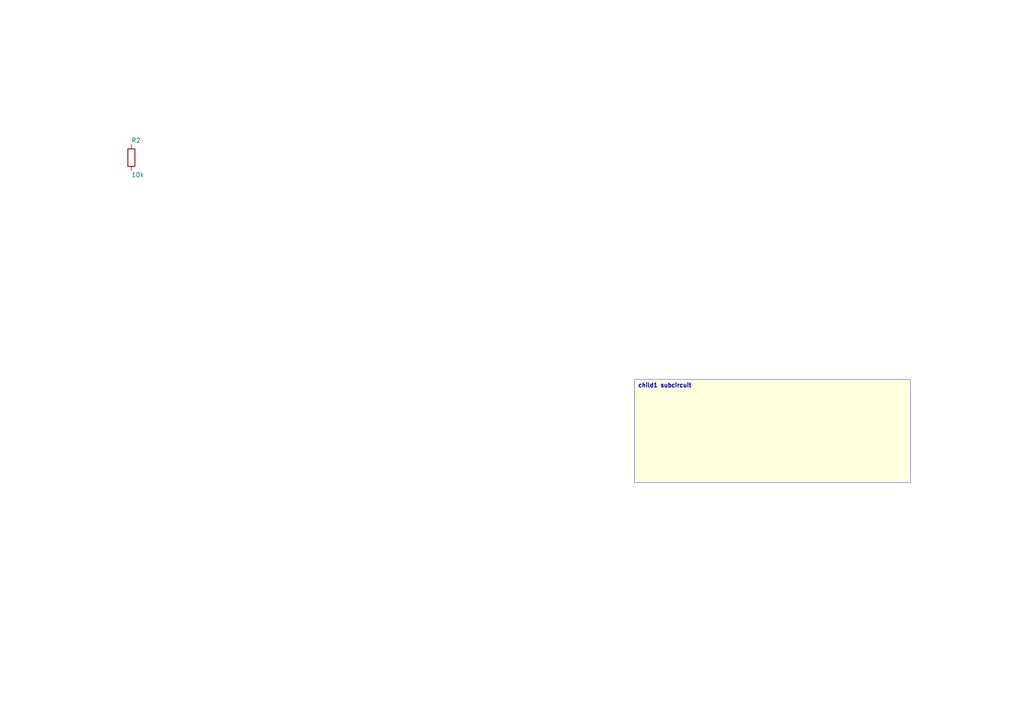
<source format=kicad_sch>
(kicad_sch (version 20250114) (generator "circuit_synth") (generator_version "9.0")
  (paper "A4")
  (lib_symbols
    (symbol "Device:R" (pin_numbers hide) (pin_names (offset 0.254))
      (property "Reference" "R" (at 0.0 0.0 0))
      (property "Value" "R" (at 0.0 0.0 0))
      (symbol "R_0_1"
        (rectangle (start -1.016 -2.54) (end 1.016 2.54) (stroke (width 0.254)))
      )
      (symbol "R_1_1"
        (pin passive line (at 0.0 3.81 270) (length 1.27) (name ~) (number "1"))
        (pin passive line (at 0.0 -3.81 90) (length 1.27) (name ~) (number "2"))
      )
    )
  )
  (title_block (title child1) (date 2025-08-06) (company Circuit-Synth))
  (symbol (lib_id "Device:R") (at 38.1 45.72 0) (unit 1)
    (property "Reference" "R2" (at 38.1 40.72 0) (effects (justify left)))
    (property "Value" "10k" (at 38.1 50.72 0) (effects (justify left)))
    (property "Footprint" "Resistor_SMD:R_0603_1608Metric" (effects (hide yes)))
  )
  (text_box "child1 subcircuit" (exclude_from_sim yes) (at 184.0 110.0 0) (size 80.0 30.0) (margins 1.0 1.0 1.0 1.0) (stroke (width 0.1)) (fill (type color) (color 255 255 224 1)) (effects (font (size 1.2 1.2) (thickness 0.254)) (justify left top)))
)
</source>
